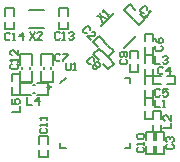
<source format=gto>
%FSLAX24Y24*%
%MOIN*%
G70*
G01*
G75*
G04 Layer_Color=65535*
%ADD10R,0.0394X0.0709*%
%ADD11R,0.0197X0.0236*%
%ADD12R,0.0315X0.0295*%
%ADD13R,0.0400X0.0370*%
%ADD14R,0.0197X0.0256*%
%ADD15R,0.0295X0.0315*%
G04:AMPARAMS|DCode=16|XSize=19.7mil|YSize=23.6mil|CornerRadius=0mil|HoleSize=0mil|Usage=FLASHONLY|Rotation=45.000|XOffset=0mil|YOffset=0mil|HoleType=Round|Shape=Rectangle|*
%AMROTATEDRECTD16*
4,1,4,0.0014,-0.0153,-0.0153,0.0014,-0.0014,0.0153,0.0153,-0.0014,0.0014,-0.0153,0.0*
%
%ADD16ROTATEDRECTD16*%

G04:AMPARAMS|DCode=17|XSize=47.2mil|YSize=43.3mil|CornerRadius=0mil|HoleSize=0mil|Usage=FLASHONLY|Rotation=225.000|XOffset=0mil|YOffset=0mil|HoleType=Round|Shape=Rectangle|*
%AMROTATEDRECTD17*
4,1,4,0.0014,0.0320,0.0320,0.0014,-0.0014,-0.0320,-0.0320,-0.0014,0.0014,0.0320,0.0*
%
%ADD17ROTATEDRECTD17*%

%ADD18O,0.0256X0.0079*%
%ADD19O,0.0079X0.0256*%
%ADD20R,0.1850X0.1850*%
%ADD21R,0.0236X0.0197*%
%ADD22C,0.0060*%
%ADD23C,0.0090*%
%ADD24C,0.0150*%
%ADD25C,0.0080*%
%ADD26C,0.0370*%
%ADD27C,0.0240*%
%ADD28C,0.0260*%
%ADD29C,0.0098*%
%ADD30C,0.0079*%
%ADD31C,0.0050*%
D22*
X-2988Y2786D02*
Y3042D01*
Y3238D02*
Y3494D01*
X-2712Y2786D02*
Y3042D01*
Y3238D02*
Y3494D01*
X-2988D02*
X-2712D01*
X-2988Y2786D02*
X-2712D01*
X-1188D02*
Y3042D01*
Y3238D02*
Y3494D01*
X-912Y2786D02*
Y3042D01*
Y3238D02*
Y3494D01*
X-1188D02*
X-912D01*
X-1188Y2786D02*
X-912D01*
X-1393Y1608D02*
Y1973D01*
Y1047D02*
Y1412D01*
X-1787Y1608D02*
Y1973D01*
Y1047D02*
Y1412D01*
Y1047D02*
X-1393D01*
X-1787Y1973D02*
X-1393D01*
X-2103Y1608D02*
Y1973D01*
Y1047D02*
Y1412D01*
X-2497Y1608D02*
Y1973D01*
Y1047D02*
Y1412D01*
Y1047D02*
X-2103D01*
X-2497Y1973D02*
X-2103D01*
X1702Y-1354D02*
X1978D01*
X1702Y-646D02*
X1978D01*
Y-902D02*
Y-646D01*
Y-1354D02*
Y-1098D01*
X1702Y-902D02*
Y-646D01*
Y-1354D02*
Y-1098D01*
X-2502Y1058D02*
Y1314D01*
Y606D02*
Y862D01*
X-2778Y1058D02*
Y1314D01*
Y606D02*
Y862D01*
Y606D02*
X-2502D01*
X-2778Y1314D02*
X-2502D01*
X-1577Y603D02*
Y997D01*
X-2503Y603D02*
Y997D01*
X-1942Y603D02*
X-1577D01*
X-2503D02*
X-2138D01*
X-1942Y997D02*
X-1577D01*
X-2503D02*
X-2138D01*
X1473Y2922D02*
X1668Y3117D01*
X972Y3423D02*
X1167Y3618D01*
X1348Y3437D01*
X1487Y3298D02*
X1668Y3117D01*
X972Y3423D02*
X1153Y3242D01*
X1292Y3103D02*
X1473Y2922D01*
X1173Y3220D02*
X1270Y3123D01*
X212Y2900D02*
X630Y3318D01*
X311Y2370D02*
X414Y2267D01*
X950Y2162D02*
X1365Y2577D01*
X-1858Y-1474D02*
X-1582D01*
X-1858Y-766D02*
X-1582D01*
Y-1022D02*
Y-766D01*
Y-1474D02*
Y-1218D01*
X-1858Y-1022D02*
Y-766D01*
Y-1474D02*
Y-1218D01*
X-58Y1953D02*
X137Y2148D01*
X443Y1452D02*
X638Y1647D01*
X262Y1633D02*
X443Y1452D01*
X-58Y1953D02*
X123Y1772D01*
X457Y1828D02*
X638Y1647D01*
X137Y2148D02*
X318Y1967D01*
X1152Y2074D02*
X1428D01*
X1152Y1366D02*
X1428D01*
X1152D02*
Y1622D01*
Y1818D02*
Y2074D01*
X1428Y1366D02*
Y1622D01*
Y1818D02*
Y2074D01*
X-78Y2373D02*
X117Y2568D01*
X423Y1872D02*
X618Y2067D01*
X242Y2053D02*
X423Y1872D01*
X-78Y2373D02*
X103Y2192D01*
X437Y2248D02*
X618Y2067D01*
X117Y2568D02*
X298Y2387D01*
X1652Y1934D02*
X1928Y1934D01*
X1652Y1226D02*
X1928Y1226D01*
X1652Y1226D02*
Y1482D01*
X1652Y1678D02*
X1652Y1934D01*
X1928Y1226D02*
Y1482D01*
Y1678D02*
Y1934D01*
X1932Y64D02*
X2208D01*
X1932Y-644D02*
X2208D01*
X1932D02*
Y-388D01*
Y-192D02*
Y64D01*
X2208Y-644D02*
Y-388D01*
Y-192D02*
Y64D01*
X1652Y2644D02*
X1928D01*
X1652Y1936D02*
X1928D01*
X1652D02*
Y2192D01*
Y2388D02*
Y2644D01*
X1928Y1936D02*
Y2192D01*
Y2388D02*
Y2644D01*
X2032Y-1354D02*
X2308D01*
X2032Y-646D02*
X2308D01*
Y-902D02*
Y-646D01*
Y-1354D02*
Y-1098D01*
X2032Y-646D02*
X2032Y-902D01*
X2032Y-1354D02*
Y-1098D01*
X2654Y952D02*
Y1228D01*
X1946Y952D02*
Y1228D01*
X2202D01*
X2398D02*
X2654D01*
X1946Y952D02*
X2202D01*
X2398D02*
X2654D01*
X1652Y1224D02*
X1928D01*
X1652Y516D02*
X1928D01*
X1652D02*
X1652Y772D01*
X1652Y968D02*
Y1224D01*
X1928Y516D02*
Y772D01*
Y968D02*
Y1224D01*
X1652Y514D02*
X1928D01*
X1652Y-194D02*
X1928D01*
X1652D02*
Y62D01*
X1652Y258D02*
X1652Y514D01*
X1928Y-194D02*
Y62D01*
Y258D02*
Y514D01*
D29*
X-1486Y866D02*
G03*
X-1486Y866I-49J0D01*
G01*
D30*
X-2186Y2845D02*
X-1714D01*
X-2186Y3435D02*
X-1714D01*
X-1472Y1471D02*
Y1549D01*
X-1708Y1471D02*
Y1549D01*
X-2182Y1471D02*
Y1549D01*
X-2418Y1471D02*
Y1549D01*
X-2079Y682D02*
X-2001D01*
X-2079Y918D02*
X-2001D01*
X-1181Y984D02*
X-984Y1181D01*
X984D02*
X1181D01*
Y984D02*
Y1181D01*
Y-1181D02*
Y-984D01*
X984Y-1181D02*
X1181D01*
X-1181D02*
X-984D01*
X-1181D02*
Y-984D01*
D31*
X-2170Y2700D02*
X-2003Y2450D01*
Y2700D02*
X-2170Y2450D01*
X-1753D02*
X-1920D01*
X-1753Y2617D01*
Y2658D01*
X-1795Y2700D01*
X-1878D01*
X-1920Y2658D01*
X-2833Y2638D02*
X-2875Y2680D01*
X-2958D01*
X-3000Y2638D01*
Y2472D01*
X-2958Y2430D01*
X-2875D01*
X-2833Y2472D01*
X-2750Y2430D02*
X-2667D01*
X-2708D01*
Y2680D01*
X-2750Y2638D01*
X-2417Y2430D02*
Y2680D01*
X-2542Y2555D01*
X-2375D01*
X-1173Y2658D02*
X-1215Y2700D01*
X-1298D01*
X-1340Y2658D01*
Y2492D01*
X-1298Y2450D01*
X-1215D01*
X-1173Y2492D01*
X-1090Y2450D02*
X-1007D01*
X-1048D01*
Y2700D01*
X-1090Y2658D01*
X-882D02*
X-840Y2700D01*
X-757D01*
X-715Y2658D01*
Y2617D01*
X-757Y2575D01*
X-799D01*
X-757D01*
X-715Y2533D01*
Y2492D01*
X-757Y2450D01*
X-840D01*
X-882Y2492D01*
X-2778Y1627D02*
X-2820Y1585D01*
Y1502D01*
X-2778Y1460D01*
X-2612D01*
X-2570Y1502D01*
Y1585D01*
X-2612Y1627D01*
X-2570Y1710D02*
Y1793D01*
Y1752D01*
X-2820D01*
X-2778Y1710D01*
X-2570Y2085D02*
Y1918D01*
X-2737Y2085D01*
X-2778D01*
X-2820Y2043D01*
Y1960D01*
X-2778Y1918D01*
X1432Y-1143D02*
X1390Y-1185D01*
Y-1268D01*
X1432Y-1310D01*
X1598D01*
X1640Y-1268D01*
Y-1185D01*
X1598Y-1143D01*
X1640Y-1060D02*
Y-977D01*
Y-1018D01*
X1390D01*
X1432Y-1060D01*
Y-852D02*
X1390Y-810D01*
Y-727D01*
X1432Y-685D01*
X1598D01*
X1640Y-727D01*
Y-810D01*
X1598Y-852D01*
X1432D01*
X-2762Y50D02*
X-2512D01*
Y217D01*
X-2762Y467D02*
Y300D01*
X-2637D01*
X-2679Y383D01*
Y425D01*
X-2637Y467D01*
X-2554D01*
X-2512Y425D01*
Y342D01*
X-2554Y300D01*
X-2252Y520D02*
Y270D01*
X-2085D01*
X-1877D02*
Y520D01*
X-2002Y395D01*
X-1836D01*
X1745Y3449D02*
Y3508D01*
X1686Y3567D01*
X1627D01*
X1509Y3449D01*
Y3391D01*
X1568Y3332D01*
X1627D01*
X1657Y3243D02*
X1716Y3184D01*
X1686Y3214D01*
X1863Y3391D01*
X1804D01*
X63Y3227D02*
X358Y3168D01*
X181Y3345D02*
X240Y3050D01*
X417Y3227D02*
X476Y3286D01*
X446Y3256D01*
X269Y3433D01*
Y3374D01*
X-970Y1670D02*
Y1462D01*
X-928Y1420D01*
X-845D01*
X-803Y1462D01*
Y1670D01*
X-720Y1420D02*
X-637D01*
X-678D01*
Y1670D01*
X-720Y1628D01*
X-1800Y-513D02*
X-1842Y-555D01*
Y-638D01*
X-1800Y-680D01*
X-1634D01*
X-1592Y-638D01*
Y-555D01*
X-1634Y-513D01*
X-1592Y-430D02*
Y-347D01*
Y-388D01*
X-1842D01*
X-1800Y-430D01*
X-1592Y-222D02*
Y-139D01*
Y-180D01*
X-1842D01*
X-1800Y-222D01*
X-25Y1749D02*
Y1808D01*
X-84Y1867D01*
X-143D01*
X-261Y1749D01*
Y1691D01*
X-202Y1632D01*
X-143D01*
X34Y1691D02*
X93D01*
X152Y1632D01*
Y1573D01*
X122Y1543D01*
X63D01*
X63Y1484D01*
X34Y1455D01*
X-25D01*
X-84Y1514D01*
Y1573D01*
X-54Y1602D01*
X5Y1602D01*
Y1661D01*
X34Y1691D01*
X5Y1602D02*
X63Y1543D01*
X-1153Y1928D02*
X-1195Y1970D01*
X-1278D01*
X-1320Y1928D01*
Y1762D01*
X-1278Y1720D01*
X-1195D01*
X-1153Y1762D01*
X-1070Y1970D02*
X-903D01*
Y1928D01*
X-1070Y1762D01*
Y1720D01*
X872Y1787D02*
X830Y1745D01*
Y1662D01*
X872Y1620D01*
X1038D01*
X1080Y1662D01*
Y1745D01*
X1038Y1787D01*
Y1870D02*
X1080Y1912D01*
Y1995D01*
X1038Y2037D01*
X872D01*
X830Y1995D01*
Y1912D01*
X872Y1870D01*
X913D01*
X955Y1912D01*
Y2037D01*
X-165Y2769D02*
Y2828D01*
X-224Y2887D01*
X-283D01*
X-401Y2769D01*
Y2711D01*
X-342Y2652D01*
X-283D01*
X-135Y2445D02*
X-253Y2563D01*
X-18D01*
X12Y2593D01*
Y2652D01*
X-47Y2711D01*
X-106D01*
X2000Y1900D02*
Y1650D01*
X2167D01*
X2250Y1858D02*
X2292Y1900D01*
X2375D01*
X2417Y1858D01*
Y1817D01*
X2375Y1775D01*
X2333D01*
X2375D01*
X2417Y1733D01*
Y1692D01*
X2375Y1650D01*
X2292D01*
X2250Y1692D01*
X2280Y-500D02*
X2530D01*
Y-333D01*
Y-83D02*
Y-250D01*
X2363Y-83D01*
X2322D01*
X2280Y-125D01*
Y-208D01*
X2322Y-250D01*
X2000Y450D02*
Y200D01*
X2167D01*
X2250D02*
X2333D01*
X2292D01*
Y450D01*
X2250Y408D01*
X2042Y2247D02*
X2000Y2205D01*
Y2122D01*
X2042Y2080D01*
X2208D01*
X2250Y2122D01*
Y2205D01*
X2208Y2247D01*
X2000Y2497D02*
X2042Y2413D01*
X2125Y2330D01*
X2208D01*
X2250Y2372D01*
Y2455D01*
X2208Y2497D01*
X2167D01*
X2125Y2455D01*
Y2330D01*
X2167Y758D02*
X2125Y800D01*
X2042D01*
X2000Y758D01*
Y592D01*
X2042Y550D01*
X2125D01*
X2167Y592D01*
X2417Y800D02*
X2250D01*
Y675D01*
X2333Y717D01*
X2375D01*
X2417Y675D01*
Y592D01*
X2375Y550D01*
X2292D01*
X2250Y592D01*
X2412Y-1043D02*
X2370Y-1085D01*
Y-1168D01*
X2412Y-1210D01*
X2578D01*
X2620Y-1168D01*
Y-1085D01*
X2578Y-1043D01*
X2412Y-960D02*
X2370Y-918D01*
Y-835D01*
X2412Y-793D01*
X2453D01*
X2495Y-835D01*
Y-877D01*
Y-835D01*
X2537Y-793D01*
X2578D01*
X2620Y-835D01*
Y-918D01*
X2578Y-960D01*
X2277Y1498D02*
X2235Y1540D01*
X2152D01*
X2110Y1498D01*
Y1332D01*
X2152Y1290D01*
X2235D01*
X2277Y1332D01*
X2485Y1290D02*
Y1540D01*
X2360Y1415D01*
X2527D01*
M02*

</source>
